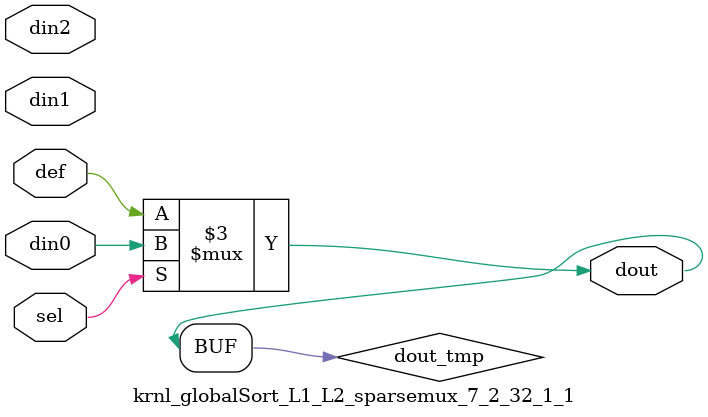
<source format=v>
`timescale 1 ns / 1 ps
module krnl_globalSort_L1_L2_sparsemux_7_2_32_1_1 (din0,din1,din2,def,sel,dout);
parameter din0_WIDTH = 1;
parameter din1_WIDTH = 1;
parameter din2_WIDTH = 1;
parameter def_WIDTH = 1;
parameter sel_WIDTH = 1;
parameter dout_WIDTH = 1;
parameter [sel_WIDTH-1:0] CASE0 = 1;
parameter [sel_WIDTH-1:0] CASE1 = 1;
parameter [sel_WIDTH-1:0] CASE2 = 1;
parameter ID = 1;
parameter NUM_STAGE = 1;
input [din0_WIDTH-1:0] din0;
input [din1_WIDTH-1:0] din1;
input [din2_WIDTH-1:0] din2;
input [def_WIDTH-1:0] def;
input [sel_WIDTH-1:0] sel;
output [dout_WIDTH-1:0] dout;
reg [dout_WIDTH-1:0] dout_tmp;
always @ (*) begin
case (sel)
    
    CASE0 : dout_tmp = din0;
    
    CASE1 : dout_tmp = din1;
    
    CASE2 : dout_tmp = din2;
    
    default : dout_tmp = def;
endcase
end
assign dout = dout_tmp;
endmodule
</source>
